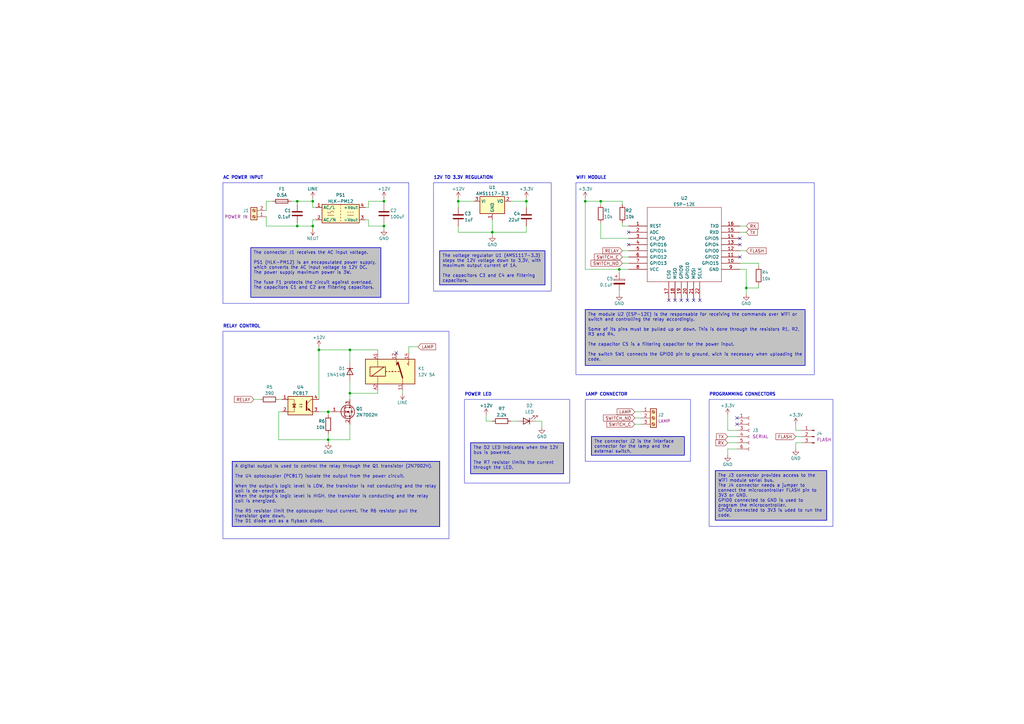
<source format=kicad_sch>
(kicad_sch (version 20230121) (generator eeschema)
  (paper "A3")
  (title_block (title "Lamp Module X1") (date "2024-05-02") (rev "1.1") (company "Alan Carvalho"))
  (lib_symbols
    (symbol "Connector:Conn_01x03_Pin" (pin_names (offset 1.016) hide)
      (property "Reference" "J" (at 0 5.08 0))
      (property "Value" "Conn_01x03_Pin" (at 0 -5.08 0))
      (symbol "Conn_01x03_Pin_1_1"
        (polyline (pts (xy 1.27 -2.54) (xy 0.8636 -2.54)) (stroke (width 0.1524)))
        (polyline (pts (xy 1.27 0) (xy 0.8636 0)) (stroke (width 0.1524)))
        (polyline (pts (xy 1.27 2.54) (xy 0.8636 2.54)) (stroke (width 0.1524)))
        (rectangle (start 0.8636 -2.413) (end 0 -2.667) (stroke (width 0.1524)) (fill (type outline)))
        (rectangle (start 0.8636 0.127) (end 0 -0.127) (stroke (width 0.1524)) (fill (type outline)))
        (rectangle (start 0.8636 2.667) (end 0 2.413) (stroke (width 0.1524)) (fill (type outline)))
        (pin passive line (at 5.08 2.54 180) (length 3.81) (name "Pin_1") (number "1"))
        (pin passive line (at 5.08 0 180) (length 3.81) (name "Pin_2") (number "2"))
        (pin passive line (at 5.08 -2.54 180) (length 3.81) (name "Pin_3") (number "3"))
      )
    )
    (symbol "Connector:Conn_01x06_Socket" (pin_names (offset 1.016) hide)
      (property "Reference" "J" (at 0 7.62 0))
      (property "Value" "Conn_01x06_Socket" (at 0 -10.16 0))
      (symbol "Conn_01x06_Socket_1_1"
        (arc (start 0 -7.112) (mid -0.5058 -7.62) (end 0 -8.128) (stroke (width 0.1524)))
        (arc (start 0 -4.572) (mid -0.5058 -5.08) (end 0 -5.588) (stroke (width 0.1524)))
        (arc (start 0 -2.032) (mid -0.5058 -2.54) (end 0 -3.048) (stroke (width 0.1524)))
        (polyline (pts (xy -1.27 -7.62) (xy -0.508 -7.62)) (stroke (width 0.1524)))
        (polyline (pts (xy -1.27 -5.08) (xy -0.508 -5.08)) (stroke (width 0.1524)))
        (polyline (pts (xy -1.27 -2.54) (xy -0.508 -2.54)) (stroke (width 0.1524)))
        (polyline (pts (xy -1.27 0) (xy -0.508 0)) (stroke (width 0.1524)))
        (polyline (pts (xy -1.27 2.54) (xy -0.508 2.54)) (stroke (width 0.1524)))
        (polyline (pts (xy -1.27 5.08) (xy -0.508 5.08)) (stroke (width 0.1524)))
        (arc (start 0 0.508) (mid -0.5058 0) (end 0 -0.508) (stroke (width 0.1524)))
        (arc (start 0 3.048) (mid -0.5058 2.54) (end 0 2.032) (stroke (width 0.1524)))
        (arc (start 0 5.588) (mid -0.5058 5.08) (end 0 4.572) (stroke (width 0.1524)))
        (pin passive line (at -5.08 5.08 0) (length 3.81) (name "Pin_1") (number "1"))
        (pin passive line (at -5.08 2.54 0) (length 3.81) (name "Pin_2") (number "2"))
        (pin passive line (at -5.08 0 0) (length 3.81) (name "Pin_3") (number "3"))
        (pin passive line (at -5.08 -2.54 0) (length 3.81) (name "Pin_4") (number "4"))
        (pin passive line (at -5.08 -5.08 0) (length 3.81) (name "Pin_5") (number "5"))
        (pin passive line (at -5.08 -7.62 0) (length 3.81) (name "Pin_6") (number "6"))
      )
    )
    (symbol "Connector:Screw_Terminal_01x02" (pin_names (offset 1.016) hide)
      (property "Reference" "J" (at 0 2.54 0))
      (property "Value" "Screw_Terminal_01x02" (at 0 -5.08 0))
      (symbol "Screw_Terminal_01x02_1_1"
        (rectangle (start -1.27 1.27) (end 1.27 -3.81) (stroke (width 0.254)) (fill (type background)))
        (circle (center 0 -2.54) (radius 0.635) (stroke (width 0.1524)))
        (polyline (pts (xy -0.5334 -2.2098) (xy 0.3302 -3.048)) (stroke (width 0.1524)))
        (polyline (pts (xy -0.5334 0.3302) (xy 0.3302 -0.508)) (stroke (width 0.1524)))
        (polyline (pts (xy -0.3556 -2.032) (xy 0.508 -2.8702)) (stroke (width 0.1524)))
        (polyline (pts (xy -0.3556 0.508) (xy 0.508 -0.3302)) (stroke (width 0.1524)))
        (circle (center 0 0) (radius 0.635) (stroke (width 0.1524)))
        (pin passive line (at -5.08 0 0) (length 3.81) (name "Pin_1") (number "1"))
        (pin passive line (at -5.08 -2.54 0) (length 3.81) (name "Pin_2") (number "2"))
      )
    )
    (symbol "Connector:Screw_Terminal_01x03" (pin_names (offset 1.016) hide)
      (property "Reference" "J" (at 0 5.08 0))
      (property "Value" "Screw_Terminal_01x03" (at 0 -5.08 0))
      (symbol "Screw_Terminal_01x03_1_1"
        (rectangle (start -1.27 3.81) (end 1.27 -3.81) (stroke (width 0.254)) (fill (type background)))
        (circle (center 0 -2.54) (radius 0.635) (stroke (width 0.1524)))
        (polyline (pts (xy -0.5334 -2.2098) (xy 0.3302 -3.048)) (stroke (width 0.1524)))
        (polyline (pts (xy -0.5334 0.3302) (xy 0.3302 -0.508)) (stroke (width 0.1524)))
        (polyline (pts (xy -0.5334 2.8702) (xy 0.3302 2.032)) (stroke (width 0.1524)))
        (polyline (pts (xy -0.3556 -2.032) (xy 0.508 -2.8702)) (stroke (width 0.1524)))
        (polyline (pts (xy -0.3556 0.508) (xy 0.508 -0.3302)) (stroke (width 0.1524)))
        (polyline (pts (xy -0.3556 3.048) (xy 0.508 2.2098)) (stroke (width 0.1524)))
        (circle (center 0 0) (radius 0.635) (stroke (width 0.1524)))
        (circle (center 0 2.54) (radius 0.635) (stroke (width 0.1524)))
        (pin passive line (at -5.08 2.54 0) (length 3.81) (name "Pin_1") (number "1"))
        (pin passive line (at -5.08 0 0) (length 3.81) (name "Pin_2") (number "2"))
        (pin passive line (at -5.08 -2.54 0) (length 3.81) (name "Pin_3") (number "3"))
      )
    )
    (symbol "Converter_ACDC:HLK-PM12"
      (property "Reference" "PS" (at 0 5.08 0))
      (property "Value" "HLK-PM12" (at 0 -5.08 0))
      (symbol "HLK-PM12_0_1"
        (rectangle (start -7.62 3.81) (end 7.62 -3.81) (stroke (width 0.254)) (fill (type background)))
        (arc (start -5.334 0.635) (mid -4.699 0.2495) (end -4.064 0.635))
        (arc (start -2.794 0.635) (mid -3.429 1.0072) (end -4.064 0.635))
        (polyline (pts (xy -5.334 -0.635) (xy -2.794 -0.635)))
        (polyline (pts (xy 0 -2.54) (xy 0 -3.175)))
        (polyline (pts (xy 0 -1.27) (xy 0 -1.905)))
        (polyline (pts (xy 0 0) (xy 0 -0.635)))
        (polyline (pts (xy 0 1.27) (xy 0 0.635)))
        (polyline (pts (xy 0 2.54) (xy 0 1.905)))
        (polyline (pts (xy 0 3.81) (xy 0 3.175)))
        (polyline (pts (xy 2.794 -0.635) (xy 5.334 -0.635)))
        (polyline (pts (xy 2.794 0.635) (xy 3.302 0.635)))
        (polyline (pts (xy 3.81 0.635) (xy 4.318 0.635)))
        (polyline (pts (xy 4.826 0.635) (xy 5.334 0.635)))
      )
      (symbol "HLK-PM12_1_1"
        (pin power_in line (at -10.16 2.54 0) (length 2.54) (name "AC/L") (number "1"))
        (pin power_in line (at -10.16 -2.54 0) (length 2.54) (name "AC/N") (number "2"))
        (pin power_out line (at 10.16 -2.54 180) (length 2.54) (name "-Vout") (number "3"))
        (pin power_out line (at 10.16 2.54 180) (length 2.54) (name "+Vout") (number "4"))
      )
    )
    (symbol "Device:C" (pin_numbers hide) (pin_names (offset 0.254))
      (property "Reference" "C" (at 0.635 2.54 0))
      (property "Value" "C" (at 0.635 -2.54 0))
      (symbol "C_0_1"
        (polyline (pts (xy -2.032 -0.762) (xy 2.032 -0.762)) (stroke (width 0.508)))
        (polyline (pts (xy -2.032 0.762) (xy 2.032 0.762)) (stroke (width 0.508)))
      )
      (symbol "C_1_1"
        (pin passive line (at 0 3.81 270) (length 2.794) (name "~") (number "1"))
        (pin passive line (at 0 -3.81 90) (length 2.794) (name "~") (number "2"))
      )
    )
    (symbol "Device:C_Polarized" (pin_numbers hide) (pin_names (offset 0.254))
      (property "Reference" "C" (at 0.635 2.54 0))
      (property "Value" "C_Polarized" (at 0.635 -2.54 0))
      (symbol "C_Polarized_0_1"
        (rectangle (start -2.286 0.508) (end 2.286 1.016))
        (polyline (pts (xy -1.778 2.286) (xy -0.762 2.286)))
        (polyline (pts (xy -1.27 2.794) (xy -1.27 1.778)))
        (rectangle (start 2.286 -0.508) (end -2.286 -1.016) (fill (type outline)))
      )
      (symbol "C_Polarized_1_1"
        (pin passive line (at 0 3.81 270) (length 2.794) (name "~") (number "1"))
        (pin passive line (at 0 -3.81 90) (length 2.794) (name "~") (number "2"))
      )
    )
    (symbol "Device:Fuse" (pin_numbers hide) (pin_names (offset 0))
      (property "Reference" "F" (at 2.032 0 90))
      (property "Value" "Fuse" (at -1.905 0 90))
      (symbol "Fuse_0_1"
        (rectangle (start -0.762 -2.54) (end 0.762 2.54) (stroke (width 0.254)))
        (polyline (pts (xy 0 2.54) (xy 0 -2.54)))
      )
      (symbol "Fuse_1_1"
        (pin passive line (at 0 3.81 270) (length 1.27) (name "~") (number "1"))
        (pin passive line (at 0 -3.81 90) (length 1.27) (name "~") (number "2"))
      )
    )
    (symbol "Device:LED" (pin_numbers hide) (pin_names (offset 1.016) hide)
      (property "Reference" "D" (at 0 2.54 0))
      (property "Value" "LED" (at 0 -2.54 0))
      (symbol "LED_0_1"
        (polyline (pts (xy -1.27 -1.27) (xy -1.27 1.27)) (stroke (width 0.254)))
        (polyline (pts (xy -1.27 0) (xy 1.27 0)))
        (polyline (pts (xy 1.27 -1.27) (xy 1.27 1.27) (xy -1.27 0) (xy 1.27 -1.27)) (stroke (width 0.254)))
        (polyline (pts (xy -3.048 -0.762) (xy -4.572 -2.286) (xy -3.81 -2.286) (xy -4.572 -2.286) (xy -4.572 -1.524)))
        (polyline (pts (xy -1.778 -0.762) (xy -3.302 -2.286) (xy -2.54 -2.286) (xy -3.302 -2.286) (xy -3.302 -1.524)))
      )
      (symbol "LED_1_1"
        (pin passive line (at -3.81 0 0) (length 2.54) (name "K") (number "1"))
        (pin passive line (at 3.81 0 180) (length 2.54) (name "A") (number "2"))
      )
    )
    (symbol "Device:R" (pin_numbers hide) (pin_names (offset 0))
      (property "Reference" "R" (at 2.032 0 90))
      (property "Value" "R" (at 0 0 90))
      (symbol "R_0_1"
        (rectangle (start -1.016 -2.54) (end 1.016 2.54) (stroke (width 0.254)))
      )
      (symbol "R_1_1"
        (pin passive line (at 0 3.81 270) (length 1.27) (name "~") (number "1"))
        (pin passive line (at 0 -3.81 90) (length 1.27) (name "~") (number "2"))
      )
    )
    (symbol "Diode:1N4148" (pin_numbers hide) (pin_names hide)
      (property "Reference" "D" (at 0 2.54 0))
      (property "Value" "1N4148" (at 0 -2.54 0))
      (symbol "1N4148_0_1"
        (polyline (pts (xy -1.27 1.27) (xy -1.27 -1.27)) (stroke (width 0.254)))
        (polyline (pts (xy 1.27 0) (xy -1.27 0)))
        (polyline (pts (xy 1.27 1.27) (xy 1.27 -1.27) (xy -1.27 0) (xy 1.27 1.27)) (stroke (width 0.254)))
      )
      (symbol "1N4148_1_1"
        (pin passive line (at -3.81 0 0) (length 2.54) (name "K") (number "1"))
        (pin passive line (at 3.81 0 180) (length 2.54) (name "A") (number "2"))
      )
    )
    (symbol "ESP8266:ESP-12E" (pin_names (offset 1.016))
      (property "Reference" "U" (at 0 -2.54 0))
      (property "Value" "ESP-12E" (at 0 2.54 0))
      (symbol "ESP-12E_1_0"
        (rectangle (start -15.24 -15.24) (end 15.24 15.24))
      )
      (symbol "ESP-12E_1_1"
        (pin input line (at -22.86 7.62 0) (length 7.62) (name "REST") (number "1"))
        (pin bidirectional line (at 22.86 -7.62 180) (length 7.62) (name "GPIO15") (number "10"))
        (pin bidirectional line (at 22.86 -5.08 180) (length 7.62) (name "GPIO2") (number "11"))
        (pin bidirectional line (at 22.86 -2.54 180) (length 7.62) (name "GPIO0") (number "12"))
        (pin bidirectional line (at 22.86 0 180) (length 7.62) (name "GPIO4") (number "13"))
        (pin bidirectional line (at 22.86 2.54 180) (length 7.62) (name "GPIO5") (number "14"))
        (pin input line (at 22.86 5.08 180) (length 7.62) (name "RXD") (number "15"))
        (pin output line (at 22.86 7.62 180) (length 7.62) (name "TXD") (number "16"))
        (pin bidirectional line (at -6.35 -22.86 90) (length 7.62) (name "CS0") (number "17"))
        (pin bidirectional line (at -3.81 -22.86 90) (length 7.62) (name "MISO") (number "18"))
        (pin bidirectional line (at -1.27 -22.86 90) (length 7.62) (name "GPIO9") (number "19"))
        (pin passive line (at -22.86 5.08 0) (length 7.62) (name "ADC") (number "2"))
        (pin bidirectional line (at 1.27 -22.86 90) (length 7.62) (name "GPIO10") (number "20"))
        (pin bidirectional line (at 3.81 -22.86 90) (length 7.62) (name "MOSI") (number "21"))
        (pin bidirectional line (at 6.35 -22.86 90) (length 7.62) (name "SCLK") (number "22"))
        (pin input line (at -22.86 2.54 0) (length 7.62) (name "CH_PD") (number "3"))
        (pin bidirectional line (at -22.86 0 0) (length 7.62) (name "GPIO16") (number "4"))
        (pin bidirectional line (at -22.86 -2.54 0) (length 7.62) (name "GPIO14") (number "5"))
        (pin bidirectional line (at -22.86 -5.08 0) (length 7.62) (name "GPIO12") (number "6"))
        (pin bidirectional line (at -22.86 -7.62 0) (length 7.62) (name "GPIO13") (number "7"))
        (pin power_in line (at -22.86 -10.16 0) (length 7.62) (name "VCC") (number "8"))
        (pin power_in line (at 22.86 -10.16 180) (length 7.62) (name "GND") (number "9"))
      )
    )
    (symbol "Isolator:PC817" (pin_names (offset 1.016))
      (property "Reference" "U" (at -5.08 5.08 0))
      (property "Value" "PC817" (at 0 5.08 0))
      (symbol "PC817_0_1"
        (rectangle (start -5.08 3.81) (end 5.08 -3.81) (stroke (width 0.254)) (fill (type background)))
        (polyline (pts (xy -3.175 -0.635) (xy -1.905 -0.635)) (stroke (width 0.254)))
        (polyline (pts (xy 2.54 0.635) (xy 4.445 2.54)))
        (polyline (pts (xy 4.445 -2.54) (xy 2.54 -0.635)) (fill (type outline)))
        (polyline (pts (xy 4.445 -2.54) (xy 5.08 -2.54)))
        (polyline (pts (xy 4.445 2.54) (xy 5.08 2.54)))
        (polyline (pts (xy -5.08 2.54) (xy -2.54 2.54) (xy -2.54 -0.635)))
        (polyline (pts (xy -2.54 -0.635) (xy -2.54 -2.54) (xy -5.08 -2.54)))
        (polyline (pts (xy 2.54 1.905) (xy 2.54 -1.905) (xy 2.54 -1.905)) (stroke (width 0.508)))
        (polyline (pts (xy -2.54 -0.635) (xy -3.175 0.635) (xy -1.905 0.635) (xy -2.54 -0.635)) (stroke (width 0.254)))
        (polyline (pts (xy -0.508 -0.508) (xy 0.762 -0.508) (xy 0.381 -0.635) (xy 0.381 -0.381) (xy 0.762 -0.508)))
        (polyline (pts (xy -0.508 0.508) (xy 0.762 0.508) (xy 0.381 0.381) (xy 0.381 0.635) (xy 0.762 0.508)))
        (polyline (pts (xy 3.048 -1.651) (xy 3.556 -1.143) (xy 4.064 -2.159) (xy 3.048 -1.651) (xy 3.048 -1.651)) (fill (type outline)))
      )
      (symbol "PC817_1_1"
        (pin passive line (at -7.62 2.54 0) (length 2.54) (name "~") (number "1"))
        (pin passive line (at -7.62 -2.54 0) (length 2.54) (name "~") (number "2"))
        (pin passive line (at 7.62 -2.54 180) (length 2.54) (name "~") (number "3"))
        (pin passive line (at 7.62 2.54 180) (length 2.54) (name "~") (number "4"))
      )
    )
    (symbol "Regulator_Linear:AMS1117-3.3"
      (property "Reference" "U" (at -3.81 3.175 0))
      (property "Value" "AMS1117-3.3" (at 0 3.175 0))
      (symbol "AMS1117-3.3_0_1"
        (rectangle (start -5.08 -5.08) (end 5.08 1.905) (stroke (width 0.254)) (fill (type background)))
      )
      (symbol "AMS1117-3.3_1_1"
        (pin power_in line (at 0 -7.62 90) (length 2.54) (name "GND") (number "1"))
        (pin power_out line (at 7.62 0 180) (length 2.54) (name "VO") (number "2"))
        (pin power_in line (at -7.62 0 0) (length 2.54) (name "VI") (number "3"))
      )
    )
    (symbol "Relay:FINDER-36.11"
      (property "Reference" "K" (at 11.43 3.81 0))
      (property "Value" "FINDER-36.11" (at 11.43 1.27 0))
      (symbol "FINDER-36.11_0_0"
        (polyline (pts (xy 2.54 3.81) (xy 2.54 5.08)))
        (polyline (pts (xy 7.62 3.81) (xy 7.62 5.08)))
        (polyline (pts (xy 7.62 3.81) (xy 7.62 2.54) (xy 6.985 3.175) (xy 7.62 3.81)))
      )
      (symbol "FINDER-36.11_0_1"
        (rectangle (start -10.16 5.08) (end 10.16 -5.08) (stroke (width 0.254)) (fill (type background)))
        (rectangle (start -8.255 1.905) (end -1.905 -1.905) (stroke (width 0.254)))
        (polyline (pts (xy -7.62 -1.905) (xy -2.54 1.905)) (stroke (width 0.254)))
        (polyline (pts (xy -5.08 -5.08) (xy -5.08 -1.905)))
        (polyline (pts (xy -5.08 5.08) (xy -5.08 1.905)))
        (polyline (pts (xy -1.905 0) (xy -1.27 0)) (stroke (width 0.254)))
        (polyline (pts (xy -0.635 0) (xy 0 0)) (stroke (width 0.254)))
        (polyline (pts (xy 0.635 0) (xy 1.27 0)) (stroke (width 0.254)))
        (polyline (pts (xy 0.635 0) (xy 1.27 0)) (stroke (width 0.254)))
        (polyline (pts (xy 1.905 0) (xy 2.54 0)) (stroke (width 0.254)))
        (polyline (pts (xy 3.175 0) (xy 3.81 0)) (stroke (width 0.254)))
        (polyline (pts (xy 5.08 -2.54) (xy 3.175 3.81)) (stroke (width 0.508)))
        (polyline (pts (xy 5.08 -2.54) (xy 5.08 -5.08)))
        (polyline (pts (xy 2.54 2.54) (xy 3.175 3.175) (xy 2.54 3.81)) (fill (type outline)))
      )
      (symbol "FINDER-36.11_1_1"
        (pin passive line (at 5.08 -7.62 90) (length 2.54) (name "~") (number "11"))
        (pin passive line (at 2.54 7.62 270) (length 2.54) (name "~") (number "12"))
        (pin passive line (at 7.62 7.62 270) (length 2.54) (name "~") (number "14"))
        (pin passive line (at -5.08 7.62 270) (length 2.54) (name "~") (number "A1"))
        (pin passive line (at -5.08 -7.62 90) (length 2.54) (name "~") (number "A2"))
      )
    )
    (symbol "Transistor_FET:2N7002H" (pin_names hide)
      (property "Reference" "Q" (at 5.08 1.905 0))
      (property "Value" "2N7002H" (at 5.08 0 0))
      (symbol "2N7002H_0_1"
        (polyline (pts (xy 0.254 0) (xy -2.54 0)))
        (polyline (pts (xy 0.254 1.905) (xy 0.254 -1.905)) (stroke (width 0.254)))
        (polyline (pts (xy 0.762 -1.27) (xy 0.762 -2.286)) (stroke (width 0.254)))
        (polyline (pts (xy 0.762 0.508) (xy 0.762 -0.508)) (stroke (width 0.254)))
        (polyline (pts (xy 0.762 2.286) (xy 0.762 1.27)) (stroke (width 0.254)))
        (polyline (pts (xy 2.54 2.54) (xy 2.54 1.778)))
        (polyline (pts (xy 2.54 -2.54) (xy 2.54 0) (xy 0.762 0)))
        (polyline (pts (xy 0.762 -1.778) (xy 3.302 -1.778) (xy 3.302 1.778) (xy 0.762 1.778)))
        (polyline (pts (xy 1.016 0) (xy 2.032 0.381) (xy 2.032 -0.381) (xy 1.016 0)) (fill (type outline)))
        (polyline (pts (xy 2.794 0.508) (xy 2.921 0.381) (xy 3.683 0.381) (xy 3.81 0.254)))
        (polyline (pts (xy 3.302 0.381) (xy 2.921 -0.254) (xy 3.683 -0.254) (xy 3.302 0.381)))
        (circle (center 1.651 0) (radius 2.794) (stroke (width 0.254)))
        (circle (center 2.54 -1.778) (radius 0.254) (fill (type outline)))
        (circle (center 2.54 1.778) (radius 0.254) (fill (type outline)))
      )
      (symbol "2N7002H_1_1"
        (pin input line (at -5.08 0 0) (length 2.54) (name "G") (number "1"))
        (pin passive line (at 2.54 -5.08 90) (length 2.54) (name "S") (number "2"))
        (pin passive line (at 2.54 5.08 270) (length 2.54) (name "D") (number "3"))
      )
    )
    (symbol "power:+12V" (power) (pin_names (offset 0))
      (property "Value" "+12V" (at 0 3.556 0))
      (symbol "+12V_0_1"
        (polyline (pts (xy -0.762 1.27) (xy 0 2.54)))
        (polyline (pts (xy 0 0) (xy 0 2.54)))
        (polyline (pts (xy 0 2.54) (xy 0.762 1.27)))
      )
      (symbol "+12V_1_1"
        (pin power_in line (at 0 0 90) (length 0) hide (name "+12V") (number "1"))
      )
    )
    (symbol "power:+3.3V" (power) (pin_names (offset 0))
      (property "Value" "+3.3V" (at 0 3.556 0))
      (symbol "+3.3V_0_1"
        (polyline (pts (xy -0.762 1.27) (xy 0 2.54)))
        (polyline (pts (xy 0 0) (xy 0 2.54)))
        (polyline (pts (xy 0 2.54) (xy 0.762 1.27)))
      )
      (symbol "+3.3V_1_1"
        (pin power_in line (at 0 0 90) (length 0) hide (name "+3.3V") (number "1"))
      )
    )
    (symbol "power:GND" (power) (pin_names (offset 0))
      (property "Value" "GND" (at 0 -3.81 0))
      (symbol "GND_0_1"
        (polyline (pts (xy 0 0) (xy 0 -1.27) (xy 1.27 -1.27) (xy 0 -2.54) (xy -1.27 -1.27) (xy 0 -1.27)))
      )
      (symbol "GND_1_1"
        (pin power_in line (at 0 0 270) (length 0) hide (name "GND") (number "1"))
      )
    )
    (symbol "power:LINE" (power) (pin_names (offset 0))
      (property "Value" "LINE" (at 0 3.81 0))
      (symbol "LINE_0_1"
        (polyline (pts (xy -0.762 1.27) (xy 0 2.54)))
        (polyline (pts (xy 0 0) (xy 0 2.54)))
        (polyline (pts (xy 0 2.54) (xy 0.762 1.27)))
      )
      (symbol "LINE_1_1"
        (pin power_in line (at 0 0 90) (length 0) hide (name "LINE") (number "1"))
      )
    )
    (symbol "power:NEUT" (power) (pin_names (offset 0))
      (property "Value" "NEUT" (at 0 3.81 0))
      (symbol "NEUT_0_1"
        (polyline (pts (xy -0.762 1.27) (xy 0 2.54)))
        (polyline (pts (xy 0 0) (xy 0 2.54)))
        (polyline (pts (xy 0 2.54) (xy 0.762 1.27)))
      )
      (symbol "NEUT_1_1"
        (pin power_in line (at 0 0 90) (length 0) hide (name "NEUT") (number "1"))
      )
    )
  )
  (junction (at 215.9 82.55))
  (junction (at 143.51 161.29))
  (junction (at 134.62 168.91))
  (junction (at 246.38 82.55))
  (junction (at 306.07 118.11))
  (junction (at 121.92 92.71))
  (junction (at 240.03 82.55))
  (junction (at 128.27 82.55))
  (junction (at 128.27 92.71))
  (junction (at 134.62 180.34))
  (junction (at 130.81 143.51))
  (junction (at 201.93 95.25))
  (junction (at 187.96 82.55))
  (junction (at 143.51 143.51))
  (junction (at 254 110.49))
  (junction (at 157.48 82.55))
  (junction (at 157.48 92.71))
  (junction (at 121.92 82.55))
  (no_connect (at 302.26 171.45))
  (no_connect (at 287.02 123.19))
  (no_connect (at 303.53 100.33))
  (no_connect (at 279.4 123.19))
  (no_connect (at 302.26 173.99))
  (no_connect (at 274.32 123.19))
  (no_connect (at 281.94 123.19))
  (no_connect (at 284.48 123.19))
  (no_connect (at 162.56 144.78))
  (no_connect (at 257.81 100.33))
  (no_connect (at 303.53 105.41))
  (no_connect (at 303.53 97.79))
  (no_connect (at 276.86 123.19))
  (no_connect (at 257.81 95.25))
  (wire (pts (xy 134.62 168.91) (xy 134.62 170.18)))
  (wire (pts (xy 143.51 173.99) (xy 143.51 180.34)))
  (wire (pts (xy 154.94 143.51) (xy 154.94 144.78)))
  (wire (pts (xy 121.92 82.55) (xy 128.27 82.55)))
  (wire (pts (xy 260.35 173.99) (xy 262.89 173.99)))
  (wire (pts (xy 201.93 95.25) (xy 187.96 95.25)))
  (wire (pts (xy 311.15 116.84) (xy 311.15 118.11)))
  (wire (pts (xy 306.07 118.11) (xy 311.15 118.11)))
  (wire (pts (xy 143.51 148.59) (xy 143.51 143.51)))
  (wire (pts (xy 298.45 184.15) (xy 302.26 184.15)))
  (wire (pts (xy 306.07 110.49) (xy 303.53 110.49)))
  (wire (pts (xy 303.53 102.87) (xy 306.07 102.87)))
  (wire (pts (xy 128.27 85.09) (xy 129.54 85.09)))
  (wire (pts (xy 326.39 184.15) (xy 326.39 181.61)))
  (wire (pts (xy 128.27 81.28) (xy 128.27 82.55)))
  (wire (pts (xy 157.48 82.55) (xy 157.48 83.82)))
  (wire (pts (xy 128.27 90.17) (xy 129.54 90.17)))
  (wire (pts (xy 303.53 95.25) (xy 306.07 95.25)))
  (wire (pts (xy 109.22 82.55) (xy 111.76 82.55)))
  (wire (pts (xy 109.22 88.9) (xy 109.22 92.71)))
  (wire (pts (xy 134.62 177.8) (xy 134.62 180.34)))
  (wire (pts (xy 121.92 82.55) (xy 121.92 83.82)))
  (wire (pts (xy 298.45 176.53) (xy 302.26 176.53)))
  (wire (pts (xy 255.27 92.71) (xy 255.27 91.44)))
  (wire (pts (xy 260.35 168.91) (xy 262.89 168.91)))
  (wire (pts (xy 326.39 181.61) (xy 328.93 181.61)))
  (wire (pts (xy 298.45 186.69) (xy 298.45 184.15)))
  (wire (pts (xy 187.96 82.55) (xy 194.31 82.55)))
  (wire (pts (xy 222.25 172.72) (xy 222.25 175.26)))
  (wire (pts (xy 157.48 82.55) (xy 157.48 81.28)))
  (wire (pts (xy 157.48 93.98) (xy 157.48 92.71)))
  (wire (pts (xy 326.39 179.07) (xy 328.93 179.07)))
  (wire (pts (xy 134.62 180.34) (xy 143.51 180.34)))
  (wire (pts (xy 114.3 163.83) (xy 115.57 163.83)))
  (wire (pts (xy 143.51 161.29) (xy 154.94 161.29)))
  (wire (pts (xy 187.96 81.28) (xy 187.96 82.55)))
  (wire (pts (xy 298.45 170.18) (xy 298.45 176.53)))
  (wire (pts (xy 306.07 118.11) (xy 306.07 110.49)))
  (wire (pts (xy 187.96 92.71) (xy 187.96 95.25)))
  (wire (pts (xy 255.27 105.41) (xy 257.81 105.41)))
  (wire (pts (xy 104.14 163.83) (xy 106.68 163.83)))
  (wire (pts (xy 201.93 95.25) (xy 201.93 96.52)))
  (wire (pts (xy 215.9 81.28) (xy 215.9 82.55)))
  (wire (pts (xy 257.81 92.71) (xy 255.27 92.71)))
  (wire (pts (xy 257.81 97.79) (xy 246.38 97.79)))
  (wire (pts (xy 119.38 82.55) (xy 121.92 82.55)))
  (wire (pts (xy 254 119.38) (xy 254 120.65)))
  (wire (pts (xy 219.71 172.72) (xy 222.25 172.72)))
  (wire (pts (xy 151.13 90.17) (xy 149.86 90.17)))
  (wire (pts (xy 121.92 92.71) (xy 128.27 92.71)))
  (wire (pts (xy 246.38 97.79) (xy 246.38 91.44)))
  (wire (pts (xy 151.13 85.09) (xy 149.86 85.09)))
  (wire (pts (xy 240.03 82.55) (xy 246.38 82.55)))
  (wire (pts (xy 201.93 90.17) (xy 201.93 95.25)))
  (wire (pts (xy 306.07 120.65) (xy 306.07 118.11)))
  (wire (pts (xy 143.51 156.21) (xy 143.51 161.29)))
  (wire (pts (xy 130.81 168.91) (xy 134.62 168.91)))
  (wire (pts (xy 246.38 82.55) (xy 255.27 82.55)))
  (wire (pts (xy 326.39 173.99) (xy 326.39 176.53)))
  (wire (pts (xy 240.03 81.28) (xy 240.03 82.55)))
  (wire (pts (xy 143.51 143.51) (xy 154.94 143.51)))
  (wire (pts (xy 255.27 107.95) (xy 257.81 107.95)))
  (wire (pts (xy 215.9 92.71) (xy 215.9 95.25)))
  (wire (pts (xy 215.9 95.25) (xy 201.93 95.25)))
  (wire (pts (xy 154.94 160.02) (xy 154.94 161.29)))
  (wire (pts (xy 151.13 90.17) (xy 151.13 92.71)))
  (wire (pts (xy 215.9 85.09) (xy 215.9 82.55)))
  (wire (pts (xy 143.51 143.51) (xy 130.81 143.51)))
  (wire (pts (xy 167.64 144.78) (xy 167.64 142.24)))
  (wire (pts (xy 167.64 142.24) (xy 171.45 142.24)))
  (wire (pts (xy 240.03 110.49) (xy 254 110.49)))
  (wire (pts (xy 303.53 92.71) (xy 306.07 92.71)))
  (wire (pts (xy 143.51 161.29) (xy 143.51 163.83)))
  (wire (pts (xy 151.13 82.55) (xy 157.48 82.55)))
  (wire (pts (xy 260.35 171.45) (xy 262.89 171.45)))
  (wire (pts (xy 151.13 82.55) (xy 151.13 85.09)))
  (wire (pts (xy 311.15 109.22) (xy 311.15 107.95)))
  (wire (pts (xy 199.39 172.72) (xy 199.39 170.18)))
  (wire (pts (xy 157.48 91.44) (xy 157.48 92.71)))
  (wire (pts (xy 109.22 92.71) (xy 121.92 92.71)))
  (wire (pts (xy 128.27 82.55) (xy 128.27 85.09)))
  (wire (pts (xy 114.3 180.34) (xy 134.62 180.34)))
  (wire (pts (xy 115.57 168.91) (xy 114.3 168.91)))
  (wire (pts (xy 114.3 168.91) (xy 114.3 180.34)))
  (wire (pts (xy 128.27 92.71) (xy 128.27 90.17)))
  (wire (pts (xy 240.03 82.55) (xy 240.03 110.49)))
  (wire (pts (xy 209.55 172.72) (xy 212.09 172.72)))
  (wire (pts (xy 134.62 180.34) (xy 134.62 181.61)))
  (wire (pts (xy 215.9 82.55) (xy 209.55 82.55)))
  (wire (pts (xy 187.96 85.09) (xy 187.96 82.55)))
  (wire (pts (xy 130.81 142.24) (xy 130.81 143.51)))
  (wire (pts (xy 165.1 160.02) (xy 165.1 161.29)))
  (wire (pts (xy 134.62 168.91) (xy 135.89 168.91)))
  (wire (pts (xy 255.27 102.87) (xy 257.81 102.87)))
  (wire (pts (xy 326.39 176.53) (xy 328.93 176.53)))
  (wire (pts (xy 151.13 92.71) (xy 157.48 92.71)))
  (wire (pts (xy 311.15 107.95) (xy 303.53 107.95)))
  (wire (pts (xy 128.27 92.71) (xy 128.27 93.98)))
  (wire (pts (xy 121.92 91.44) (xy 121.92 92.71)))
  (wire (pts (xy 201.93 172.72) (xy 199.39 172.72)))
  (wire (pts (xy 255.27 83.82) (xy 255.27 82.55)))
  (wire (pts (xy 254 110.49) (xy 254 111.76)))
  (wire (pts (xy 298.45 179.07) (xy 302.26 179.07)))
  (wire (pts (xy 130.81 143.51) (xy 130.81 163.83)))
  (wire (pts (xy 109.22 86.36) (xy 109.22 82.55)))
  (wire (pts (xy 254 110.49) (xy 257.81 110.49)))
  (wire (pts (xy 246.38 83.82) (xy 246.38 82.55)))
  (wire (pts (xy 298.45 181.61) (xy 302.26 181.61)))
  (rectangle (start 290.83 163.83) (end 341.63 215.9))
  (rectangle (start 177.8 74.93) (end 226.06 119.38))
  (rectangle (start 236.22 74.93) (end 334.01 153.67))
  (rectangle (start 240.03 163.83) (end 283.21 189.23))
  (rectangle (start 91.44 74.93) (end 167.64 124.46))
  (rectangle (start 190.5 163.83) (end 233.68 198.12))
  (rectangle (start 91.44 135.89) (end 184.15 220.98))
  (text_box "The connector J1 receives the AC input voltage.\n\nPS1 (HLK-PM12) is an encapsulated power supply, which converts the AC input voltage to 12V DC.\nThe power supply maximum power is 3W. \n\nThe fuse F1 protects the circuit against overload. \nThe capacitors C1 and C2 are filtering capacitors." (at 102.87 101.6 0) (size 53.34 20.32) (stroke (width 0.3)) (fill (type color) (color 194 194 194 1)) (effects (font (size 1.27 1.27)) (justify left top)))
  (text_box "A digital output is used to control the relay through the Q1 transistor (2N7002H).\n\nThe U4 optocoupler (PC817) isolate the output from the power circuit.\n\nWhen the output's logic level is LOW, the transistor is not conducting and the relay coil is de-energized.\nWhen the output's logic level is HIGH, the transistor is conducting and the relay coil is energized.\n\nThe R5 resistor limit the optocoupler input current. The R6 resistor pull the transistor gate down.\nThe D1 diode act as a flyback diode." (at 95.25 189.23 0) (size 85.09 26.67) (stroke (width 0.3)) (fill (type color) (color 194 194 194 1)) (effects (font (size 1.27 1.27)) (justify left top)))
  (text_box "The J3 connector provides access to the WiFi module serial bus.\nThe J4 connector needs a jumper to connect the microcontroller FLASH pin to 3V3 or GND.\nGPIO0 connected to GND is used to program the microcontroller.\nGPIO0 connected to 3V3 is uded to run the code." (at 293.37 193.04 0) (size 45.72 20.32) (stroke (width 0.3)) (fill (type color) (color 194 194 194 1)) (effects (font (size 1.27 1.27)) (justify left top)))
  (text_box "The D2 LED indicates when the 12V bus is powered.\n\nThe R7 resistor limits the current through the LED." (at 193.04 181.61 0) (size 38.1 12.7) (stroke (width 0.3)) (fill (type color) (color 194 194 194 1)) (effects (font (size 1.27 1.27)) (justify left top)))
  (text_box "The module U2 (ESP-12E) is the responsable for receiving the commands over WiFi or switch and controlling the relay accordingly.\n\nSome of its pins must be pulled up or down. This is done through the resistors R1, R2, R3 and R4.\n\nThe capacitor C5 is a filtering capacitor for the power input.\n\nThe switch SW1 connects the GPIO0 pin to ground, wich is necessary when uploading the code." (at 240.03 127 0) (size 90.17 22.86) (stroke (width 0.3)) (fill (type color) (color 194 194 194 1)) (effects (font (size 1.27 1.27)) (justify left top)))
  (text_box "The voltage regulator U1 (AMS1117-3.3) steps the 12V voltage down to 3,3V, with maximum output current of 1A.\n \nThe capacitors C3 and C4 are filtering capacitors." (at 180.34 102.87 0) (size 43.18 13.97) (stroke (width 0.3)) (fill (type color) (color 194 194 194 1)) (effects (font (size 1.27 1.27)) (justify left top)))
  (text_box "The connector J2 is the interface connector for the lamp and the external switch." (at 242.57 179.07 0) (size 38.1 7.62) (stroke (width 0.3)) (fill (type color) (color 194 194 194 1)) (effects (font (size 1.27 1.27)) (justify left top)))
  (text "PROGRAMMING CONNECTORS" (at 290.83 162.56 0) (effects (font (size 1.27 1.27) (thickness 0.254) bold) (justify left bottom)))
  (text "RELAY CONTROL" (at 91.44 134.62 0) (effects (font (size 1.27 1.27) (thickness 0.254) bold) (justify left bottom)))
  (text "POWER LED" (at 190.5 162.56 0) (effects (font (size 1.27 1.27) (thickness 0.254) bold) (justify left bottom)))
  (text "AC POWER INPUT" (at 91.44 73.66 0) (effects (font (size 1.27 1.27) (thickness 0.254) bold) (justify left bottom)))
  (text "LAMP CONNECTOR" (at 240.03 162.56 0) (effects (font (size 1.27 1.27) (thickness 0.254) bold) (justify left bottom)))
  (text "WIFI MODULE" (at 236.22 73.66 0) (effects (font (size 1.27 1.27) (thickness 0.254) bold) (justify left bottom)))
  (text "12V TO 3.3V REGULATION" (at 177.8 73.66 0) (effects (font (size 1.27 1.27) (thickness 0.254) bold) (justify left bottom)))
  (global_label "SWITCH_NO" (shape input) (at 260.35 171.45 180) (property "Intersheetrefs" "${INTERSHEET_REFS}" (effects hide)))
  (global_label "TX" (shape input) (at 306.07 95.25 0) (property "Intersheetrefs" "${INTERSHEET_REFS}" (effects hide)))
  (global_label "TX" (shape input) (at 298.45 179.07 180) (property "Intersheetrefs" "${INTERSHEET_REFS}" (effects hide)))
  (global_label "RELAY" (shape input) (at 104.14 163.83 180) (property "Intersheetrefs" "${INTERSHEET_REFS}" (effects hide)))
  (global_label "FLASH" (shape input) (at 326.39 179.07 180) (property "Intersheetrefs" "${INTERSHEET_REFS}" (effects hide)))
  (global_label "SWITCH_C" (shape input) (at 255.27 105.41 180) (property "Intersheetrefs" "${INTERSHEET_REFS}" (effects hide)))
  (global_label "LAMP" (shape input) (at 171.45 142.24 0) (property "Intersheetrefs" "${INTERSHEET_REFS}" (effects hide)))
  (global_label "RELAY" (shape input) (at 255.27 102.87 180) (property "Intersheetrefs" "${INTERSHEET_REFS}" (effects hide)))
  (global_label "FLASH" (shape input) (at 306.07 102.87 0) (property "Intersheetrefs" "${INTERSHEET_REFS}" (effects hide)))
  (global_label "SWITCH_C" (shape input) (at 260.35 173.99 180) (property "Intersheetrefs" "${INTERSHEET_REFS}" (effects hide)))
  (global_label "SWITCH_NO" (shape input) (at 255.27 107.95 180) (property "Intersheetrefs" "${INTERSHEET_REFS}" (effects hide)))
  (global_label "RX" (shape input) (at 298.45 181.61 180) (property "Intersheetrefs" "${INTERSHEET_REFS}" (effects hide)))
  (global_label "RX" (shape input) (at 306.07 92.71 0) (property "Intersheetrefs" "${INTERSHEET_REFS}" (effects hide)))
  (global_label "LAMP" (shape input) (at 260.35 168.91 180) (property "Intersheetrefs" "${INTERSHEET_REFS}" (effects hide)))
  (symbol (lib_id "power:GND") (at 134.62 181.61 0) (unit 1)
    (property "Reference" "#PWR08" (effects hide))
    (property "Value" "GND" (at 134.62 185.42 0))
  )
  (symbol (lib_id "Device:R") (at 134.62 173.99 0) (unit 1)
    (property "Reference" "R6" (at 133.35 172.72 0) (effects (justify right)))
    (property "Value" "10k" (at 133.35 175.26 0) (effects (justify right)))
    (property "Footprint" "Resistor_SMD:R_0603_1608Metric" (effects hide))
    (property "Tolerance" "5%" (effects hide))
    (property "Power" "1/10W" (effects hide))
  )
  (symbol (lib_id "power:GND") (at 306.07 120.65 0) (unit 1)
    (property "Reference" "#PWR06" (effects hide))
    (property "Value" "GND" (at 306.07 124.46 0))
  )
  (symbol (lib_id "Relay:FINDER-36.11") (at 160.02 152.4 0) (unit 1)
    (property "Reference" "K1" (at 171.45 151.13 0) (effects (justify left)))
    (property "Value" "12V 5A" (at 171.45 153.67 0) (effects (justify left)))
    (property "Footprint" "Relay_THT:Relay_SPDT_Finder_36.11" (effects hide))
    (property "Datasheet" "https://gfinder.findernet.com/public/attachments/36/EN/S36EN.pdf" (effects hide))
  )
  (symbol (lib_id "Device:C_Polarized") (at 254 115.57 0) (unit 1)
    (property "Reference" "C5" (at 251.46 114.3 0) (effects (justify right)))
    (property "Value" "0.1uF" (at 251.46 116.84 0) (effects (justify right)))
    (property "Footprint" "Capacitor_SMD:C_1206_3216Metric" (effects hide))
    (property "Voltage" "6.3V" (effects hide))
  )
  (symbol (lib_id "Connector:Conn_01x06_Socket") (at 307.34 176.53 0) (unit 1)
    (property "Reference" "J3" (at 308.61 176.53 0) (effects (justify left)))
    (property "Value" "Conn_01x06_Socket" (effects hide))
    (property "Footprint" "Connector_PinHeader_2.54mm:PinHeader_1x06_P2.54mm_Vertical" (effects hide))
    (property "Description" "SERIAL" (at 308.61 179.07 0) (effects (justify left)))
  )
  (symbol (lib_id "Connector:Conn_01x03_Pin") (at 334.01 179.07 0) (mirror y) (unit 1)
    (property "Reference" "J4" (at 337.185 177.8 0) (effects (justify left)))
    (property "Value" "Conn_01x03_Socket" (effects hide))
    (property "Footprint" "Connector_PinSocket_2.54mm:PinSocket_1x03_P2.54mm_Vertical" (effects hide))
    (property "Description" "FLASH" (at 340.995 180.34 0) (effects (justify left)))
  )
  (symbol (lib_id "Transistor_FET:2N7002H") (at 140.97 168.91 0) (unit 1)
    (property "Reference" "Q1" (at 146.05 167.64 0) (effects (justify left)))
    (property "Value" "2N7002H" (at 146.05 170.18 0) (effects (justify left)))
    (property "Footprint" "Package_TO_SOT_SMD:SOT-23" (effects hide))
    (property "Datasheet" "http://www.diodes.com/assets/Datasheets/2N7002H.pdf" (effects hide))
  )
  (symbol (lib_id "power:LINE") (at 128.27 81.28 0) (unit 1)
    (property "Reference" "#PWR03" (effects hide))
    (property "Value" "LINE" (at 128.27 77.47 0))
  )
  (symbol (lib_id "power:GND") (at 326.39 184.15 0) (unit 1)
    (property "Reference" "#PWR010" (effects hide))
    (property "Value" "GND" (at 326.39 187.96 0))
  )
  (symbol (lib_id "Device:LED") (at 215.9 172.72 180) (unit 1)
    (property "Reference" "D2" (at 217.17 166.37 0))
    (property "Value" "LED" (at 217.17 168.91 0))
    (property "Footprint" "LED_SMD:LED_0603_1608Metric" (effects hide))
    (property "Color" "Green" (effects hide))
  )
  (symbol (lib_id "power:GND") (at 201.93 96.52 0) (unit 1)
    (property "Reference" "#PWR022" (effects hide))
    (property "Value" "GND" (at 201.93 100.33 0))
  )
  (symbol (lib_id "power:GND") (at 254 120.65 0) (unit 1)
    (property "Reference" "#PWR018" (effects hide))
    (property "Value" "GND" (at 254 124.46 0))
  )
  (symbol (lib_id "Regulator_Linear:AMS1117-3.3") (at 201.93 82.55 0) (unit 1)
    (property "Reference" "U1" (at 201.93 76.835 0))
    (property "Value" "AMS1117-3.3" (at 201.93 79.375 0))
    (property "Footprint" "Package_TO_SOT_SMD:SOT-223-3_TabPin2" (effects hide))
    (property "Datasheet" "http://www.advanced-monolithic.com/pdf/ds1117.pdf" (effects hide))
    (property "Power" "3.3W" (effects hide))
  )
  (symbol (lib_id "Device:R") (at 311.15 113.03 0) (unit 1)
    (property "Reference" "R4" (at 312.42 111.76 0) (effects (justify left)))
    (property "Value" "10k" (at 312.42 114.3 0) (effects (justify left)))
    (property "Footprint" "Resistor_SMD:R_0603_1608Metric" (effects hide))
    (property "Tolerance" "5%" (effects hide))
    (property "Power" "1/10W" (effects hide))
  )
  (symbol (lib_id "Device:R") (at 246.38 87.63 0) (unit 1)
    (property "Reference" "R1" (at 247.65 86.36 0) (effects (justify left)))
    (property "Value" "10k" (at 247.65 88.9 0) (effects (justify left)))
    (property "Footprint" "Resistor_SMD:R_0603_1608Metric" (effects hide))
    (property "Tolerance" "5%" (effects hide))
    (property "Power" "1/10W" (effects hide))
  )
  (symbol (lib_id "power:LINE") (at 165.1 161.29 180) (unit 1)
    (property "Reference" "#PWR012" (effects hide))
    (property "Value" "LINE" (at 165.1 165.1 0))
  )
  (symbol (lib_id "power:GND") (at 157.48 93.98 0) (unit 1)
    (property "Reference" "#PWR01" (effects hide))
    (property "Value" "GND" (at 157.48 97.79 0))
  )
  (symbol (lib_id "Converter_ACDC:HLK-PM12") (at 139.7 87.63 0) (unit 1)
    (property "Reference" "PS1" (at 139.7 80.01 0))
    (property "Value" "HLK-PM12" (at 139.7 82.55 0))
    (property "Footprint" "Converter_ACDC:Converter_ACDC_HiLink_HLK-PMxx" (effects hide))
    (property "Datasheet" "https://datasheet.lcsc.com/lcsc/1909111105_HI-LINK-HLK-PM24_C399250.pdf" (effects hide))
    (property "Power" "3W" (effects hide))
  )
  (symbol (lib_id "Diode:1N4148") (at 143.51 152.4 270) (unit 1)
    (property "Reference" "D1" (at 141.605 151.13 90) (effects (justify right)))
    (property "Value" "1N4148" (at 141.605 153.67 90) (effects (justify right)))
    (property "Footprint" "Diode_SMD:D_SOD-323F" (effects hide))
    (property "Datasheet" "https://assets.nexperia.com/documents/data-sheet/1N4148_1N4448.pdf" (effects hide))
  )
  (symbol (lib_id "Device:C") (at 121.92 87.63 0) (unit 1)
    (property "Reference" "C1" (at 119.38 86.36 0) (effects (justify right)))
    (property "Value" "0.1uF" (at 119.38 88.9 0) (effects (justify right)))
    (property "Footprint" "Capacitor_THT:C_Rect_L18.0mm_W6.0mm_P15.00mm_FKS3_FKP3" (effects hide))
    (property "Voltage" "275V" (effects hide))
  )
  (symbol (lib_id "Device:R") (at 110.49 163.83 270) (unit 1)
    (property "Reference" "R5" (at 110.49 158.75 90))
    (property "Value" "390" (at 110.49 161.29 90))
    (property "Footprint" "Resistor_SMD:R_0603_1608Metric" (effects hide))
    (property "Tolerance" "5%" (effects hide))
    (property "Power" "1/10W" (effects hide))
  )
  (symbol (lib_id "Connector:Screw_Terminal_01x03") (at 267.97 171.45 0) (unit 1)
    (property "Reference" "J2" (at 269.875 170.18 0) (effects (justify left)))
    (property "Value" "Screw_Terminal_01x03" (effects hide))
    (property "Footprint" "TerminalBlock_Phoenix:TerminalBlock_Phoenix_MKDS-1,5-3-5.08_1x03_P5.08mm_Horizontal" (effects hide))
    (property "Description" "LAMP" (at 269.875 172.72 0) (effects (justify left)))
  )
  (symbol (lib_id "power:NEUT") (at 128.27 93.98 180) (unit 1)
    (property "Reference" "#PWR04" (effects hide))
    (property "Value" "NEUT" (at 128.27 97.79 0))
  )
  (symbol (lib_id "Device:C") (at 187.96 88.9 0) (unit 1)
    (property "Reference" "C3" (at 190.5 87.63 0) (effects (justify left)))
    (property "Value" "1uF" (at 190.5 90.17 0) (effects (justify left)))
    (property "Footprint" "Capacitor_SMD:C_0603_1608Metric" (effects hide))
    (property "Voltage" "16V" (effects hide))
  )
  (symbol (lib_id "power:+3.3V") (at 298.45 170.18 0) (unit 1)
    (property "Reference" "#PWR019" (effects hide))
    (property "Value" "+3.3V" (at 298.45 166.37 0))
  )
  (symbol (lib_id "ESP8266:ESP-12E") (at 280.67 100.33 0) (unit 1)
    (property "Reference" "U2" (at 280.67 81.28 0))
    (property "Value" "ESP-12E" (at 280.67 83.82 0))
    (property "Footprint" "ESP8266:ESP-12E_SMD" (effects hide))
    (property "Datasheet" "https://components101.com/sites/default/files/2021-09/ESP12E-Datasheet.pdf" (effects hide))
  )
  (symbol (lib_id "Device:C") (at 215.9 88.9 0) (unit 1)
    (property "Reference" "C4" (at 213.36 87.63 0) (effects (justify right)))
    (property "Value" "22uF" (at 213.36 90.17 0) (effects (justify right)))
    (property "Footprint" "Capacitor_SMD:C_0603_1608Metric" (effects hide))
    (property "Voltage" "6.3V" (effects hide))
  )
  (symbol (lib_id "Device:R") (at 205.74 172.72 270) (unit 1)
    (property "Reference" "R7" (at 205.74 167.64 90))
    (property "Value" "2.2k" (at 205.74 170.18 90))
    (property "Footprint" "Resistor_SMD:R_0603_1608Metric" (effects hide))
    (property "Tolerance" "5%" (effects hide))
    (property "Power" "1/10W" (effects hide))
  )
  (symbol (lib_id "power:+12V") (at 130.81 142.24 0) (unit 1)
    (property "Reference" "#PWR09" (effects hide))
    (property "Value" "+12V" (at 130.81 138.43 0))
  )
  (symbol (lib_id "Isolator:PC817") (at 123.19 166.37 0) (unit 1)
    (property "Reference" "U4" (at 123.19 158.75 0))
    (property "Value" "PC817" (at 123.19 161.29 0))
    (property "Footprint" "Package_DIP:SMDIP-4_W7.62mm" (effects hide))
    (property "Datasheet" "http://www.soselectronic.cz/a_info/resource/d/pc817.pdf" (effects hide))
  )
  (symbol (lib_id "power:+12V") (at 187.96 81.28 0) (unit 1)
    (property "Reference" "#PWR02" (effects hide))
    (property "Value" "+12V" (at 187.96 77.47 0))
  )
  (symbol (lib_id "Device:R") (at 255.27 87.63 0) (unit 1)
    (property "Reference" "R2" (at 256.54 86.36 0) (effects (justify left)))
    (property "Value" "10k" (at 256.54 88.9 0) (effects (justify left)))
    (property "Footprint" "Resistor_SMD:R_0603_1608Metric" (effects hide))
    (property "Tolerance" "5%" (effects hide))
    (property "Power" "1/10W" (effects hide))
  )
  (symbol (lib_id "power:GND") (at 298.45 186.69 0) (unit 1)
    (property "Reference" "#PWR020" (effects hide))
    (property "Value" "GND" (at 298.45 190.5 0))
  )
  (symbol (lib_id "power:+12V") (at 199.39 170.18 0) (unit 1)
    (property "Reference" "#PWR024" (effects hide))
    (property "Value" "+12V" (at 199.39 166.37 0))
  )
  (symbol (lib_id "Device:Fuse") (at 115.57 82.55 90) (unit 1)
    (property "Reference" "F1" (at 115.57 77.47 90))
    (property "Value" "0.5A" (at 115.57 80.01 90))
    (property "Footprint" "Fuse:Fuse_0603_1608Metric" (effects hide))
  )
  (symbol (lib_id "power:+3.3V") (at 215.9 81.28 0) (unit 1)
    (property "Reference" "#PWR07" (effects hide))
    (property "Value" "+3.3V" (at 215.9 77.47 0))
  )
  (symbol (lib_id "power:GND") (at 222.25 175.26 0) (unit 1)
    (property "Reference" "#PWR023" (effects hide))
    (property "Value" "GND" (at 222.25 179.07 0))
  )
  (symbol (lib_id "Device:C") (at 157.48 87.63 0) (unit 1)
    (property "Reference" "C2" (at 160.02 86.36 0) (effects (justify left)))
    (property "Value" "100uF" (at 160.02 88.9 0) (effects (justify left)))
    (property "Footprint" "Capacitor_SMD:CP_Elec_6.3x7.7" (effects hide))
    (property "Voltage" "16V" (effects hide))
  )
  (symbol (lib_id "Connector:Screw_Terminal_01x02") (at 104.14 88.9 180) (unit 1)
    (property "Reference" "J1" (at 99.695 86.36 0) (effects (justify right)))
    (property "Value" "Screw_Terminal_01x02" (effects hide))
    (property "Footprint" "TerminalBlock_Phoenix:TerminalBlock_Phoenix_MKDS-1,5-2-5.08_1x02_P5.08mm_Horizontal" (effects hide))
    (property "Description" "POWER IN" (at 92.075 88.9 0) (effects (justify right)))
  )
  (symbol (lib_id "power:+3.3V") (at 240.03 81.28 0) (unit 1)
    (property "Reference" "#PWR05" (effects hide))
    (property "Value" "+3.3V" (at 240.03 77.47 0))
  )
  (symbol (lib_id "power:+12V") (at 157.48 81.28 0) (unit 1)
    (property "Reference" "#PWR021" (effects hide))
    (property "Value" "+12V" (at 157.48 77.47 0))
  )
  (symbol (lib_id "power:+3.3V") (at 326.39 173.99 0) (unit 1)
    (property "Reference" "#PWR011" (effects hide))
    (property "Value" "+3.3V" (at 326.39 170.18 0))
  )
)
</source>
